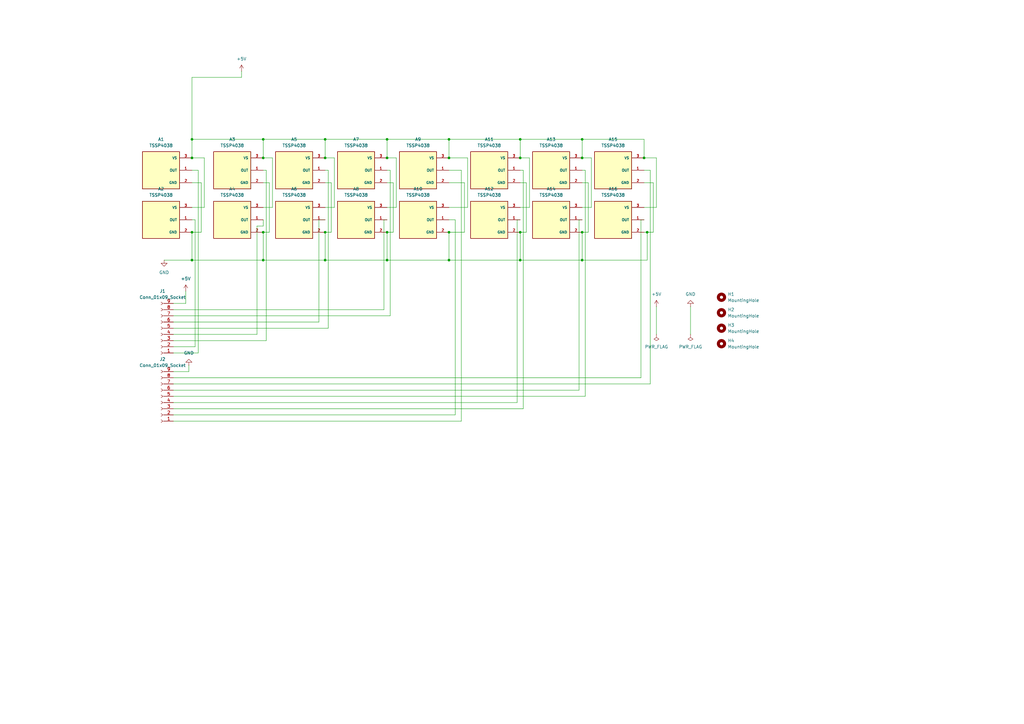
<source format=kicad_sch>
(kicad_sch (version 20231120) (generator "eeschema") (generator_version "8.0")
  (paper "A3")
  (lib_symbols
    (symbol "BALLSensor:TSSP4038" (pin_names (offset 1.016))
      (property "Reference" "A" (at -7.62 8.89 0))
      (property "Value" "TSSP4038" (at -7.62 -8.89 0))
      (symbol "TSSP4038_0_0"
        (rectangle (start -7.62 -7.62) (end 7.62 7.62) (stroke (width 0.254)) (fill (type background)))
        (pin output line (at 12.7 0 180) (length 5.08) (name "OUT") (number "1"))
        (pin power_in line (at 12.7 -5.08 180) (length 5.08) (name "GND") (number "2"))
        (pin power_in line (at 12.7 5.08 180) (length 5.08) (name "VS") (number "3"))
      )
    )
    (symbol "Connector:Conn_01x09_Socket" (pin_names (offset 1.016) hide)
      (property "Reference" "J" (at 0 12.7 0))
      (property "Value" "Conn_01x09_Socket" (at 0 -12.7 0))
      (symbol "Conn_01x09_Socket_1_1"
        (arc (start 0 -9.652) (mid -0.5058 -10.16) (end 0 -10.668) (stroke (width 0.1524)))
        (arc (start 0 -7.112) (mid -0.5058 -7.62) (end 0 -8.128) (stroke (width 0.1524)))
        (arc (start 0 -4.572) (mid -0.5058 -5.08) (end 0 -5.588) (stroke (width 0.1524)))
        (arc (start 0 -2.032) (mid -0.5058 -2.54) (end 0 -3.048) (stroke (width 0.1524)))
        (polyline (pts (xy -1.27 -10.16) (xy -0.508 -10.16)) (stroke (width 0.1524)))
        (polyline (pts (xy -1.27 -7.62) (xy -0.508 -7.62)) (stroke (width 0.1524)))
        (polyline (pts (xy -1.27 -5.08) (xy -0.508 -5.08)) (stroke (width 0.1524)))
        (polyline (pts (xy -1.27 -2.54) (xy -0.508 -2.54)) (stroke (width 0.1524)))
        (polyline (pts (xy -1.27 0) (xy -0.508 0)) (stroke (width 0.1524)))
        (polyline (pts (xy -1.27 2.54) (xy -0.508 2.54)) (stroke (width 0.1524)))
        (polyline (pts (xy -1.27 5.08) (xy -0.508 5.08)) (stroke (width 0.1524)))
        (polyline (pts (xy -1.27 7.62) (xy -0.508 7.62)) (stroke (width 0.1524)))
        (polyline (pts (xy -1.27 10.16) (xy -0.508 10.16)) (stroke (width 0.1524)))
        (arc (start 0 0.508) (mid -0.5058 0) (end 0 -0.508) (stroke (width 0.1524)))
        (arc (start 0 3.048) (mid -0.5058 2.54) (end 0 2.032) (stroke (width 0.1524)))
        (arc (start 0 5.588) (mid -0.5058 5.08) (end 0 4.572) (stroke (width 0.1524)))
        (arc (start 0 8.128) (mid -0.5058 7.62) (end 0 7.112) (stroke (width 0.1524)))
        (arc (start 0 10.668) (mid -0.5058 10.16) (end 0 9.652) (stroke (width 0.1524)))
        (pin passive line (at -5.08 10.16 0) (length 3.81) (name "Pin_1") (number "1"))
        (pin passive line (at -5.08 7.62 0) (length 3.81) (name "Pin_2") (number "2"))
        (pin passive line (at -5.08 5.08 0) (length 3.81) (name "Pin_3") (number "3"))
        (pin passive line (at -5.08 2.54 0) (length 3.81) (name "Pin_4") (number "4"))
        (pin passive line (at -5.08 0 0) (length 3.81) (name "Pin_5") (number "5"))
        (pin passive line (at -5.08 -2.54 0) (length 3.81) (name "Pin_6") (number "6"))
        (pin passive line (at -5.08 -5.08 0) (length 3.81) (name "Pin_7") (number "7"))
        (pin passive line (at -5.08 -7.62 0) (length 3.81) (name "Pin_8") (number "8"))
        (pin passive line (at -5.08 -10.16 0) (length 3.81) (name "Pin_9") (number "9"))
      )
    )
    (symbol "Mechanical:MountingHole" (pin_names (offset 1.016)) (exclude_from_sim yes) (in_bom no)
      (property "Reference" "H" (at 0 5.08 0))
      (property "Value" "MountingHole" (at 0 3.175 0))
      (symbol "MountingHole_0_1"
        (circle (center 0 0) (radius 1.27) (stroke (width 1.27)))
      )
    )
    (symbol "power:+5V" (power) (pin_numbers hide) (pin_names (offset 0) hide)
      (property "Value" "+5V" (at 0 3.556 0))
      (symbol "+5V_0_1"
        (polyline (pts (xy -0.762 1.27) (xy 0 2.54)))
        (polyline (pts (xy 0 0) (xy 0 2.54)))
        (polyline (pts (xy 0 2.54) (xy 0.762 1.27)))
      )
      (symbol "+5V_1_1"
        (pin power_in line (at 0 0 90) (length 0) (name "~") (number "1"))
      )
    )
    (symbol "power:GND" (power) (pin_numbers hide) (pin_names (offset 0) hide)
      (property "Value" "GND" (at 0 -3.81 0))
      (symbol "GND_0_1"
        (polyline (pts (xy 0 0) (xy 0 -1.27) (xy 1.27 -1.27) (xy 0 -2.54) (xy -1.27 -1.27) (xy 0 -1.27)))
      )
      (symbol "GND_1_1"
        (pin power_in line (at 0 0 270) (length 0) (name "~") (number "1"))
      )
    )
    (symbol "power:PWR_FLAG" (power) (pin_numbers hide) (pin_names (offset 0) hide)
      (property "Value" "PWR_FLAG" (at 0 3.81 0))
      (symbol "PWR_FLAG_0_0"
        (pin power_out line (at 0 0 90) (length 0) (name "~") (number "1"))
      )
      (symbol "PWR_FLAG_0_1"
        (polyline (pts (xy 0 0) (xy 0 1.27) (xy -1.016 1.905) (xy 0 2.54) (xy 1.016 1.905) (xy 0 1.27)))
      )
    )
  )
  (junction (at 265.43 95.25))
  (junction (at 107.95 64.77))
  (junction (at 133.35 64.77))
  (junction (at 133.35 57.15))
  (junction (at 184.15 64.77))
  (junction (at 158.75 64.77))
  (junction (at 107.95 57.15))
  (junction (at 213.36 95.25))
  (junction (at 158.75 95.25))
  (junction (at 158.75 106.68))
  (junction (at 238.76 57.15))
  (junction (at 78.74 106.68))
  (junction (at 238.76 106.68))
  (junction (at 184.15 106.68))
  (junction (at 78.74 95.25))
  (junction (at 158.75 57.15))
  (junction (at 78.74 64.77))
  (junction (at 78.74 57.15))
  (junction (at 264.16 64.77))
  (junction (at 184.15 95.25))
  (junction (at 184.15 57.15))
  (junction (at 213.36 64.77))
  (junction (at 238.76 64.77))
  (junction (at 107.95 106.68))
  (junction (at 133.35 106.68))
  (junction (at 213.36 57.15))
  (junction (at 107.95 95.25))
  (junction (at 238.76 95.25))
  (junction (at 133.35 95.25))
  (junction (at 213.36 106.68))
  (wire (pts (xy 215.9 95.25) (xy 215.9 74.93)))
  (wire (pts (xy 189.23 69.85) (xy 189.23 172.72)))
  (wire (pts (xy 212.09 90.17) (xy 212.09 165.1)))
  (wire (pts (xy 238.76 57.15) (xy 264.16 57.15)))
  (wire (pts (xy 80.01 142.24) (xy 71.12 142.24)))
  (wire (pts (xy 99.06 31.75) (xy 78.74 31.75)))
  (wire (pts (xy 217.17 64.77) (xy 217.17 85.09)))
  (wire (pts (xy 262.89 90.17) (xy 262.89 154.94)))
  (wire (pts (xy 158.75 95.25) (xy 161.29 95.25)))
  (wire (pts (xy 80.01 90.17) (xy 80.01 142.24)))
  (wire (pts (xy 242.57 85.09) (xy 238.76 85.09)))
  (wire (pts (xy 99.06 29.21) (xy 99.06 31.75)))
  (wire (pts (xy 158.75 64.77) (xy 162.56 64.77)))
  (wire (pts (xy 76.2 119.38) (xy 76.2 124.46)))
  (wire (pts (xy 160.02 129.54) (xy 71.12 129.54)))
  (wire (pts (xy 238.76 106.68) (xy 265.43 106.68)))
  (wire (pts (xy 158.75 90.17) (xy 157.48 90.17)))
  (wire (pts (xy 162.56 64.77) (xy 162.56 85.09)))
  (wire (pts (xy 158.75 106.68) (xy 184.15 106.68)))
  (wire (pts (xy 133.35 95.25) (xy 135.89 95.25)))
  (wire (pts (xy 71.12 154.94) (xy 262.89 154.94)))
  (wire (pts (xy 158.75 69.85) (xy 160.02 69.85)))
  (wire (pts (xy 186.69 170.18) (xy 186.69 90.17)))
  (wire (pts (xy 107.95 64.77) (xy 111.76 64.77)))
  (wire (pts (xy 267.97 95.25) (xy 267.97 74.93)))
  (wire (pts (xy 157.48 127) (xy 71.12 127)))
  (wire (pts (xy 82.55 74.93) (xy 78.74 74.93)))
  (wire (pts (xy 135.89 74.93) (xy 133.35 74.93)))
  (wire (pts (xy 238.76 69.85) (xy 240.03 69.85)))
  (wire (pts (xy 78.74 106.68) (xy 78.74 95.25)))
  (wire (pts (xy 238.76 95.25) (xy 238.76 106.68)))
  (wire (pts (xy 269.24 64.77) (xy 269.24 85.09)))
  (wire (pts (xy 78.74 31.75) (xy 78.74 57.15)))
  (wire (pts (xy 78.74 57.15) (xy 78.74 64.77)))
  (wire (pts (xy 133.35 57.15) (xy 133.35 64.77)))
  (wire (pts (xy 241.3 95.25) (xy 241.3 74.93)))
  (wire (pts (xy 158.75 57.15) (xy 158.75 64.77)))
  (wire (pts (xy 67.31 106.68) (xy 78.74 106.68)))
  (wire (pts (xy 130.81 132.08) (xy 71.12 132.08)))
  (wire (pts (xy 269.24 125.73) (xy 269.24 137.16)))
  (wire (pts (xy 184.15 57.15) (xy 184.15 64.77)))
  (wire (pts (xy 240.03 69.85) (xy 240.03 162.56)))
  (wire (pts (xy 217.17 85.09) (xy 213.36 85.09)))
  (wire (pts (xy 107.95 95.25) (xy 110.49 95.25)))
  (wire (pts (xy 78.74 90.17) (xy 80.01 90.17)))
  (wire (pts (xy 78.74 69.85) (xy 81.28 69.85)))
  (wire (pts (xy 213.36 57.15) (xy 213.36 64.77)))
  (wire (pts (xy 82.55 95.25) (xy 82.55 74.93)))
  (wire (pts (xy 191.77 64.77) (xy 191.77 85.09)))
  (wire (pts (xy 71.12 170.18) (xy 186.69 170.18)))
  (wire (pts (xy 184.15 106.68) (xy 213.36 106.68)))
  (wire (pts (xy 105.41 137.16) (xy 71.12 137.16)))
  (wire (pts (xy 134.62 134.62) (xy 71.12 134.62)))
  (wire (pts (xy 265.43 95.25) (xy 264.16 95.25)))
  (wire (pts (xy 137.16 64.77) (xy 137.16 85.09)))
  (wire (pts (xy 238.76 95.25) (xy 241.3 95.25)))
  (wire (pts (xy 109.22 69.85) (xy 109.22 139.7)))
  (wire (pts (xy 186.69 90.17) (xy 184.15 90.17)))
  (wire (pts (xy 133.35 106.68) (xy 158.75 106.68)))
  (wire (pts (xy 130.81 90.17) (xy 130.81 132.08)))
  (wire (pts (xy 78.74 95.25) (xy 82.55 95.25)))
  (wire (pts (xy 109.22 139.7) (xy 71.12 139.7)))
  (wire (pts (xy 111.76 64.77) (xy 111.76 85.09)))
  (wire (pts (xy 133.35 95.25) (xy 133.35 106.68)))
  (wire (pts (xy 83.82 64.77) (xy 83.82 85.09)))
  (wire (pts (xy 265.43 106.68) (xy 265.43 95.25)))
  (wire (pts (xy 133.35 57.15) (xy 158.75 57.15)))
  (wire (pts (xy 264.16 57.15) (xy 264.16 64.77)))
  (wire (pts (xy 160.02 69.85) (xy 160.02 129.54)))
  (wire (pts (xy 283.21 125.73) (xy 283.21 137.16)))
  (wire (pts (xy 161.29 95.25) (xy 161.29 74.93)))
  (wire (pts (xy 78.74 64.77) (xy 83.82 64.77)))
  (wire (pts (xy 190.5 74.93) (xy 184.15 74.93)))
  (wire (pts (xy 213.36 90.17) (xy 212.09 90.17)))
  (wire (pts (xy 269.24 85.09) (xy 264.16 85.09)))
  (wire (pts (xy 266.7 157.48) (xy 71.12 157.48)))
  (wire (pts (xy 237.49 160.02) (xy 71.12 160.02)))
  (wire (pts (xy 78.74 106.68) (xy 107.95 106.68)))
  (wire (pts (xy 158.75 57.15) (xy 184.15 57.15)))
  (wire (pts (xy 267.97 74.93) (xy 264.16 74.93)))
  (wire (pts (xy 184.15 64.77) (xy 191.77 64.77)))
  (wire (pts (xy 215.9 74.93) (xy 213.36 74.93)))
  (wire (pts (xy 265.43 95.25) (xy 267.97 95.25)))
  (wire (pts (xy 111.76 85.09) (xy 107.95 85.09)))
  (wire (pts (xy 157.48 90.17) (xy 157.48 127)))
  (wire (pts (xy 237.49 90.17) (xy 237.49 160.02)))
  (wire (pts (xy 107.95 57.15) (xy 133.35 57.15)))
  (wire (pts (xy 190.5 95.25) (xy 190.5 74.93)))
  (wire (pts (xy 107.95 69.85) (xy 109.22 69.85)))
  (wire (pts (xy 71.12 152.4) (xy 77.47 152.4)))
  (wire (pts (xy 81.28 69.85) (xy 81.28 144.78)))
  (wire (pts (xy 214.63 167.64) (xy 71.12 167.64)))
  (wire (pts (xy 161.29 74.93) (xy 158.75 74.93)))
  (wire (pts (xy 240.03 162.56) (xy 71.12 162.56)))
  (wire (pts (xy 213.36 69.85) (xy 214.63 69.85)))
  (wire (pts (xy 184.15 57.15) (xy 213.36 57.15)))
  (wire (pts (xy 134.62 69.85) (xy 134.62 134.62)))
  (wire (pts (xy 213.36 64.77) (xy 217.17 64.77)))
  (wire (pts (xy 110.49 74.93) (xy 107.95 74.93)))
  (wire (pts (xy 110.49 95.25) (xy 110.49 74.93)))
  (wire (pts (xy 264.16 64.77) (xy 269.24 64.77)))
  (wire (pts (xy 162.56 85.09) (xy 158.75 85.09)))
  (wire (pts (xy 133.35 69.85) (xy 134.62 69.85)))
  (wire (pts (xy 133.35 64.77) (xy 137.16 64.77)))
  (wire (pts (xy 264.16 69.85) (xy 266.7 69.85)))
  (wire (pts (xy 238.76 64.77) (xy 242.57 64.77)))
  (wire (pts (xy 238.76 57.15) (xy 238.76 64.77)))
  (wire (pts (xy 213.36 95.25) (xy 215.9 95.25)))
  (wire (pts (xy 78.74 57.15) (xy 107.95 57.15)))
  (wire (pts (xy 76.2 124.46) (xy 71.12 124.46)))
  (wire (pts (xy 77.47 152.4) (xy 77.47 149.86)))
  (wire (pts (xy 133.35 90.17) (xy 130.81 90.17)))
  (wire (pts (xy 238.76 74.93) (xy 241.3 74.93)))
  (wire (pts (xy 213.36 95.25) (xy 213.36 106.68)))
  (wire (pts (xy 184.15 95.25) (xy 190.5 95.25)))
  (wire (pts (xy 137.16 85.09) (xy 133.35 85.09)))
  (wire (pts (xy 212.09 165.1) (xy 71.12 165.1)))
  (wire (pts (xy 266.7 69.85) (xy 266.7 157.48)))
  (wire (pts (xy 242.57 64.77) (xy 242.57 85.09)))
  (wire (pts (xy 107.95 90.17) (xy 107.95 92.71)))
  (wire (pts (xy 184.15 85.09) (xy 191.77 85.09)))
  (wire (pts (xy 83.82 85.09) (xy 78.74 85.09)))
  (wire (pts (xy 184.15 69.85) (xy 189.23 69.85)))
  (wire (pts (xy 107.95 92.71) (xy 105.41 92.71)))
  (wire (pts (xy 107.95 57.15) (xy 107.95 64.77)))
  (wire (pts (xy 158.75 95.25) (xy 158.75 106.68)))
  (wire (pts (xy 107.95 95.25) (xy 107.95 106.68)))
  (wire (pts (xy 189.23 172.72) (xy 71.12 172.72)))
  (wire (pts (xy 213.36 106.68) (xy 238.76 106.68)))
  (wire (pts (xy 105.41 92.71) (xy 105.41 137.16)))
  (wire (pts (xy 213.36 57.15) (xy 238.76 57.15)))
  (wire (pts (xy 264.16 90.17) (xy 262.89 90.17)))
  (wire (pts (xy 184.15 95.25) (xy 184.15 106.68)))
  (wire (pts (xy 135.89 95.25) (xy 135.89 74.93)))
  (wire (pts (xy 214.63 69.85) (xy 214.63 167.64)))
  (wire (pts (xy 81.28 144.78) (xy 71.12 144.78)))
  (wire (pts (xy 107.95 106.68) (xy 133.35 106.68)))
  (wire (pts (xy 238.76 90.17) (xy 237.49 90.17)))
  (symbol (lib_id "power:+5V") (at 99.06 29.21 0) (unit 1)
    (property "Reference" "#PWR03" (effects (hide yes)))
    (property "Value" "+5V" (at 99.06 24.13 0))
    (property "Description" "Power symbol creates a global label with name \"+5V\"" (effects (hide yes)))
  )
  (symbol (lib_id "Connector:Conn_01x09_Socket") (at 66.04 162.56 180) (unit 1)
    (property "Reference" "J2" (at 66.675 147.32 0))
    (property "Value" "Conn_01x09_Socket" (at 66.675 149.86 0))
    (property "Footprint" "Connector_JST:JST_XH_B9B-XH-A_1x09_P2.50mm_Vertical" (effects (hide yes)))
    (property "Description" "Generic connector, single row, 01x09, script generated" (effects (hide yes)))
  )
  (symbol (lib_id "power:GND") (at 77.47 149.86 180) (unit 1)
    (property "Reference" "#PWR05" (effects (hide yes)))
    (property "Value" "GND" (at 77.47 144.78 0))
    (property "Description" "Power symbol creates a global label with name \"GND\" , ground" (effects (hide yes)))
  )
  (symbol (lib_id "Mechanical:MountingHole") (at 295.91 121.92 0) (unit 1) (exclude_from_sim yes) (in_bom no)
    (property "Reference" "H1" (at 298.45 120.6499 0) (effects (justify left)))
    (property "Value" "MountingHole" (at 298.45 123.1899 0) (effects (justify left)))
    (property "Footprint" "MountingHole:MountingHole_3.2mm_M3" (effects (hide yes)))
    (property "Description" "Mounting Hole without connection" (effects (hide yes)))
  )
  (symbol (lib_id "BALLSensor:TSSP4038") (at 120.65 69.85 0) (unit 1)
    (property "Reference" "A5" (at 120.65 57.15 0))
    (property "Value" "TSSP4038" (at 120.65 59.69 0))
    (property "Footprint" "BALLSensor:TSSP4038" (effects (hide yes)))
    (property "PARTREV" "2.3" (effects (hide yes)))
    (property "STANDARD" "IPC 7351B" (effects (hide yes)))
    (property "MAXIMUM_PACKAGE_HEIGHT" "10.25 mm" (effects (hide yes)))
    (property "MANUFACTURER" "Vishay" (effects (hide yes)))
  )
  (symbol (lib_id "BALLSensor:TSSP4038") (at 200.66 69.85 0) (unit 1)
    (property "Reference" "A11" (at 200.66 57.15 0))
    (property "Value" "TSSP4038" (at 200.66 59.69 0))
    (property "Footprint" "BALLSensor:TSSP4038" (effects (hide yes)))
    (property "PARTREV" "2.3" (effects (hide yes)))
    (property "STANDARD" "IPC 7351B" (effects (hide yes)))
    (property "MAXIMUM_PACKAGE_HEIGHT" "10.25 mm" (effects (hide yes)))
    (property "MANUFACTURER" "Vishay" (effects (hide yes)))
  )
  (symbol (lib_id "BALLSensor:TSSP4038") (at 226.06 69.85 0) (unit 1)
    (property "Reference" "A13" (at 226.06 57.15 0))
    (property "Value" "TSSP4038" (at 226.06 59.69 0))
    (property "Footprint" "BALLSensor:TSSP4038" (effects (hide yes)))
    (property "PARTREV" "2.3" (effects (hide yes)))
    (property "STANDARD" "IPC 7351B" (effects (hide yes)))
    (property "MAXIMUM_PACKAGE_HEIGHT" "10.25 mm" (effects (hide yes)))
    (property "MANUFACTURER" "Vishay" (effects (hide yes)))
  )
  (symbol (lib_id "BALLSensor:TSSP4038") (at 66.04 90.17 0) (unit 1)
    (property "Reference" "A2" (at 66.04 77.47 0))
    (property "Value" "TSSP4038" (at 66.04 80.01 0))
    (property "Footprint" "BALLSensor:TSSP4038" (effects (hide yes)))
    (property "PARTREV" "2.3" (effects (hide yes)))
    (property "STANDARD" "IPC 7351B" (effects (hide yes)))
    (property "MAXIMUM_PACKAGE_HEIGHT" "10.25 mm" (effects (hide yes)))
    (property "MANUFACTURER" "Vishay" (effects (hide yes)))
  )
  (symbol (lib_id "Mechanical:MountingHole") (at 295.91 128.27 0) (unit 1) (exclude_from_sim yes) (in_bom no)
    (property "Reference" "H2" (at 298.45 126.9999 0) (effects (justify left)))
    (property "Value" "MountingHole" (at 298.45 129.5399 0) (effects (justify left)))
    (property "Footprint" "MountingHole:MountingHole_3.2mm_M3" (effects (hide yes)))
    (property "Description" "Mounting Hole without connection" (effects (hide yes)))
  )
  (symbol (lib_id "BALLSensor:TSSP4038") (at 120.65 90.17 0) (unit 1)
    (property "Reference" "A6" (at 120.65 77.47 0))
    (property "Value" "TSSP4038" (at 120.65 80.01 0))
    (property "Footprint" "BALLSensor:TSSP4038" (effects (hide yes)))
    (property "PARTREV" "2.3" (effects (hide yes)))
    (property "STANDARD" "IPC 7351B" (effects (hide yes)))
    (property "MAXIMUM_PACKAGE_HEIGHT" "10.25 mm" (effects (hide yes)))
    (property "MANUFACTURER" "Vishay" (effects (hide yes)))
  )
  (symbol (lib_id "BALLSensor:TSSP4038") (at 146.05 69.85 0) (unit 1)
    (property "Reference" "A7" (at 146.05 57.15 0))
    (property "Value" "TSSP4038" (at 146.05 59.69 0))
    (property "Footprint" "BALLSensor:TSSP4038" (effects (hide yes)))
    (property "PARTREV" "2.3" (effects (hide yes)))
    (property "STANDARD" "IPC 7351B" (effects (hide yes)))
    (property "MAXIMUM_PACKAGE_HEIGHT" "10.25 mm" (effects (hide yes)))
    (property "MANUFACTURER" "Vishay" (effects (hide yes)))
  )
  (symbol (lib_id "BALLSensor:TSSP4038") (at 95.25 90.17 0) (unit 1)
    (property "Reference" "A4" (at 95.25 77.47 0))
    (property "Value" "TSSP4038" (at 95.25 80.01 0))
    (property "Footprint" "BALLSensor:TSSP4038" (effects (hide yes)))
    (property "PARTREV" "2.3" (effects (hide yes)))
    (property "STANDARD" "IPC 7351B" (effects (hide yes)))
    (property "MAXIMUM_PACKAGE_HEIGHT" "10.25 mm" (effects (hide yes)))
    (property "MANUFACTURER" "Vishay" (effects (hide yes)))
  )
  (symbol (lib_id "BALLSensor:TSSP4038") (at 251.46 69.85 0) (unit 1)
    (property "Reference" "A15" (at 251.46 57.15 0))
    (property "Value" "TSSP4038" (at 251.46 59.69 0))
    (property "Footprint" "BALLSensor:TSSP4038" (effects (hide yes)))
    (property "PARTREV" "2.3" (effects (hide yes)))
    (property "STANDARD" "IPC 7351B" (effects (hide yes)))
    (property "MAXIMUM_PACKAGE_HEIGHT" "10.25 mm" (effects (hide yes)))
    (property "MANUFACTURER" "Vishay" (effects (hide yes)))
  )
  (symbol (lib_id "power:+5V") (at 269.24 125.73 0) (unit 1)
    (property "Reference" "#PWR01" (effects (hide yes)))
    (property "Value" "+5V" (at 269.24 120.65 0))
    (property "Description" "Power symbol creates a global label with name \"+5V\"" (effects (hide yes)))
  )
  (symbol (lib_id "Connector:Conn_01x09_Socket") (at 66.04 134.62 180) (unit 1)
    (property "Reference" "J1" (at 66.675 119.38 0))
    (property "Value" "Conn_01x09_Socket" (at 66.675 121.92 0))
    (property "Footprint" "Connector_JST:JST_XH_B9B-XH-A_1x09_P2.50mm_Vertical" (effects (hide yes)))
    (property "Description" "Generic connector, single row, 01x09, script generated" (effects (hide yes)))
  )
  (symbol (lib_id "BALLSensor:TSSP4038") (at 66.04 69.85 0) (unit 1)
    (property "Reference" "A1" (at 66.04 57.15 0))
    (property "Value" "TSSP4038" (at 66.04 59.69 0))
    (property "Footprint" "BALLSensor:TSSP4038" (effects (hide yes)))
    (property "PARTREV" "2.3" (effects (hide yes)))
    (property "STANDARD" "IPC 7351B" (effects (hide yes)))
    (property "MAXIMUM_PACKAGE_HEIGHT" "10.25 mm" (effects (hide yes)))
    (property "MANUFACTURER" "Vishay" (effects (hide yes)))
  )
  (symbol (lib_id "BALLSensor:TSSP4038") (at 226.06 90.17 0) (unit 1)
    (property "Reference" "A14" (at 226.06 77.47 0))
    (property "Value" "TSSP4038" (at 226.06 80.01 0))
    (property "Footprint" "BALLSensor:TSSP4038" (effects (hide yes)))
    (property "PARTREV" "2.3" (effects (hide yes)))
    (property "STANDARD" "IPC 7351B" (effects (hide yes)))
    (property "MAXIMUM_PACKAGE_HEIGHT" "10.25 mm" (effects (hide yes)))
    (property "MANUFACTURER" "Vishay" (effects (hide yes)))
  )
  (symbol (lib_id "Mechanical:MountingHole") (at 295.91 134.62 0) (unit 1) (exclude_from_sim yes) (in_bom no)
    (property "Reference" "H3" (at 298.45 133.3499 0) (effects (justify left)))
    (property "Value" "MountingHole" (at 298.45 135.8899 0) (effects (justify left)))
    (property "Footprint" "MountingHole:MountingHole_3.2mm_M3" (effects (hide yes)))
    (property "Description" "Mounting Hole without connection" (effects (hide yes)))
  )
  (symbol (lib_id "BALLSensor:TSSP4038") (at 95.25 69.85 0) (unit 1)
    (property "Reference" "A3" (at 95.25 57.15 0))
    (property "Value" "TSSP4038" (at 95.25 59.69 0))
    (property "Footprint" "BALLSensor:TSSP4038" (effects (hide yes)))
    (property "PARTREV" "2.3" (effects (hide yes)))
    (property "STANDARD" "IPC 7351B" (effects (hide yes)))
    (property "MAXIMUM_PACKAGE_HEIGHT" "10.25 mm" (effects (hide yes)))
    (property "MANUFACTURER" "Vishay" (effects (hide yes)))
  )
  (symbol (lib_id "Mechanical:MountingHole") (at 295.91 140.97 0) (unit 1) (exclude_from_sim yes) (in_bom no)
    (property "Reference" "H4" (at 298.45 139.6999 0) (effects (justify left)))
    (property "Value" "MountingHole" (at 298.45 142.2399 0) (effects (justify left)))
    (property "Footprint" "MountingHole:MountingHole_3.2mm_M3" (effects (hide yes)))
    (property "Description" "Mounting Hole without connection" (effects (hide yes)))
  )
  (symbol (lib_id "power:GND") (at 67.31 106.68 0) (unit 1)
    (property "Reference" "#PWR04" (effects (hide yes)))
    (property "Value" "GND" (at 67.31 111.76 0))
    (property "Description" "Power symbol creates a global label with name \"GND\" , ground" (effects (hide yes)))
  )
  (symbol (lib_id "BALLSensor:TSSP4038") (at 251.46 90.17 0) (unit 1)
    (property "Reference" "A16" (at 251.46 77.47 0))
    (property "Value" "TSSP4038" (at 251.46 80.01 0))
    (property "Footprint" "BALLSensor:TSSP4038" (effects (hide yes)))
    (property "PARTREV" "2.3" (effects (hide yes)))
    (property "STANDARD" "IPC 7351B" (effects (hide yes)))
    (property "MAXIMUM_PACKAGE_HEIGHT" "10.25 mm" (effects (hide yes)))
    (property "MANUFACTURER" "Vishay" (effects (hide yes)))
  )
  (symbol (lib_id "BALLSensor:TSSP4038") (at 146.05 90.17 0) (unit 1)
    (property "Reference" "A8" (at 146.05 77.47 0))
    (property "Value" "TSSP4038" (at 146.05 80.01 0))
    (property "Footprint" "BALLSensor:TSSP4038" (effects (hide yes)))
    (property "PARTREV" "2.3" (effects (hide yes)))
    (property "STANDARD" "IPC 7351B" (effects (hide yes)))
    (property "MAXIMUM_PACKAGE_HEIGHT" "10.25 mm" (effects (hide yes)))
    (property "MANUFACTURER" "Vishay" (effects (hide yes)))
  )
  (symbol (lib_id "BALLSensor:TSSP4038") (at 171.45 69.85 0) (unit 1)
    (property "Reference" "A9" (at 171.45 57.15 0))
    (property "Value" "TSSP4038" (at 171.45 59.69 0))
    (property "Footprint" "BALLSensor:TSSP4038" (effects (hide yes)))
    (property "PARTREV" "2.3" (effects (hide yes)))
    (property "STANDARD" "IPC 7351B" (effects (hide yes)))
    (property "MAXIMUM_PACKAGE_HEIGHT" "10.25 mm" (effects (hide yes)))
    (property "MANUFACTURER" "Vishay" (effects (hide yes)))
  )
  (symbol (lib_id "BALLSensor:TSSP4038") (at 171.45 90.17 0) (unit 1)
    (property "Reference" "A10" (at 171.45 77.47 0))
    (property "Value" "TSSP4038" (at 171.45 80.01 0))
    (property "Footprint" "BALLSensor:TSSP4038" (effects (hide yes)))
    (property "PARTREV" "2.3" (effects (hide yes)))
    (property "STANDARD" "IPC 7351B" (effects (hide yes)))
    (property "MAXIMUM_PACKAGE_HEIGHT" "10.25 mm" (effects (hide yes)))
    (property "MANUFACTURER" "Vishay" (effects (hide yes)))
  )
  (symbol (lib_id "power:GND") (at 283.21 125.73 180) (unit 1)
    (property "Reference" "#PWR02" (effects (hide yes)))
    (property "Value" "GND" (at 283.21 120.65 0))
    (property "Description" "Power symbol creates a global label with name \"GND\" , ground" (effects (hide yes)))
  )
  (symbol (lib_id "BALLSensor:TSSP4038") (at 200.66 90.17 0) (unit 1)
    (property "Reference" "A12" (at 200.66 77.47 0))
    (property "Value" "TSSP4038" (at 200.66 80.01 0))
    (property "Footprint" "BALLSensor:TSSP4038" (effects (hide yes)))
    (property "PARTREV" "2.3" (effects (hide yes)))
    (property "STANDARD" "IPC 7351B" (effects (hide yes)))
    (property "MAXIMUM_PACKAGE_HEIGHT" "10.25 mm" (effects (hide yes)))
    (property "MANUFACTURER" "Vishay" (effects (hide yes)))
  )
  (symbol (lib_id "power:PWR_FLAG") (at 269.24 137.16 180) (unit 1)
    (property "Reference" "#FLG01" (effects (hide yes)))
    (property "Value" "PWR_FLAG" (at 269.24 142.24 0))
    (property "Description" "Special symbol for telling ERC where power comes from" (effects (hide yes)))
  )
  (symbol (lib_id "power:PWR_FLAG") (at 283.21 137.16 180) (unit 1)
    (property "Reference" "#FLG02" (effects (hide yes)))
    (property "Value" "PWR_FLAG" (at 283.21 142.24 0))
    (property "Description" "Special symbol for telling ERC where power comes from" (effects (hide yes)))
  )
  (symbol (lib_id "power:+5V") (at 76.2 119.38 0) (unit 1)
    (property "Reference" "#PWR06" (effects (hide yes)))
    (property "Value" "+5V" (at 76.2 114.3 0))
    (property "Description" "Power symbol creates a global label with name \"+5V\"" (effects (hide yes)))
  )
)
</source>
